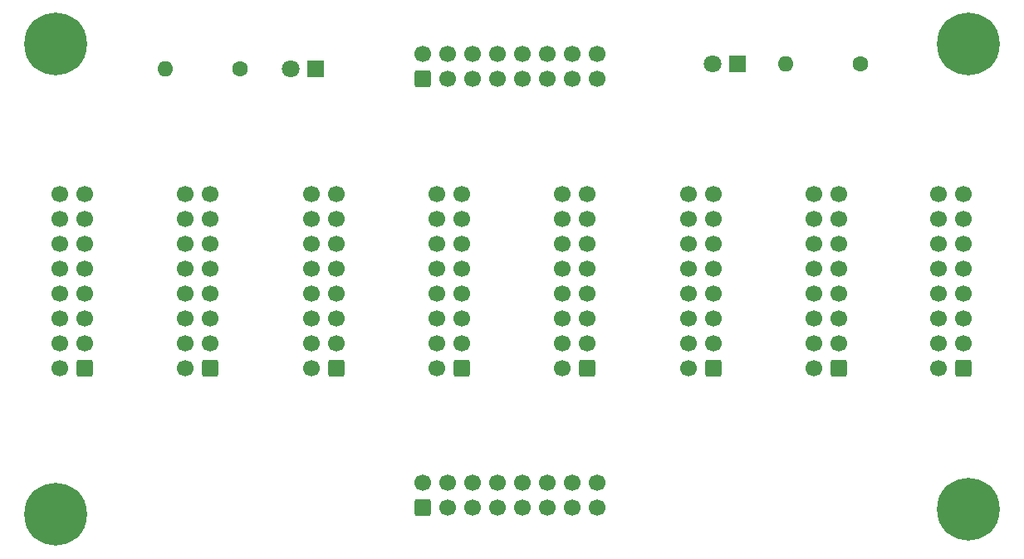
<source format=gbr>
%TF.GenerationSoftware,KiCad,Pcbnew,(6.0.0)*%
%TF.CreationDate,2022-05-27T19:13:27+02:00*%
%TF.ProjectId,Eurorack bus board,4575726f-7261-4636-9b20-62757320626f,rev?*%
%TF.SameCoordinates,Original*%
%TF.FileFunction,Soldermask,Bot*%
%TF.FilePolarity,Negative*%
%FSLAX46Y46*%
G04 Gerber Fmt 4.6, Leading zero omitted, Abs format (unit mm)*
G04 Created by KiCad (PCBNEW (6.0.0)) date 2022-05-27 19:13:27*
%MOMM*%
%LPD*%
G01*
G04 APERTURE LIST*
G04 Aperture macros list*
%AMRoundRect*
0 Rectangle with rounded corners*
0 $1 Rounding radius*
0 $2 $3 $4 $5 $6 $7 $8 $9 X,Y pos of 4 corners*
0 Add a 4 corners polygon primitive as box body*
4,1,4,$2,$3,$4,$5,$6,$7,$8,$9,$2,$3,0*
0 Add four circle primitives for the rounded corners*
1,1,$1+$1,$2,$3*
1,1,$1+$1,$4,$5*
1,1,$1+$1,$6,$7*
1,1,$1+$1,$8,$9*
0 Add four rect primitives between the rounded corners*
20,1,$1+$1,$2,$3,$4,$5,0*
20,1,$1+$1,$4,$5,$6,$7,0*
20,1,$1+$1,$6,$7,$8,$9,0*
20,1,$1+$1,$8,$9,$2,$3,0*%
G04 Aperture macros list end*
%ADD10RoundRect,0.250000X0.600000X0.600000X-0.600000X0.600000X-0.600000X-0.600000X0.600000X-0.600000X0*%
%ADD11C,1.700000*%
%ADD12C,6.400000*%
%ADD13R,1.800000X1.800000*%
%ADD14C,1.800000*%
%ADD15C,1.600000*%
%ADD16O,1.600000X1.600000*%
%ADD17RoundRect,0.250000X0.600000X-0.600000X0.600000X0.600000X-0.600000X0.600000X-0.600000X-0.600000X0*%
G04 APERTURE END LIST*
D10*
%TO.C,J7*%
X120500712Y-131594000D03*
D11*
X117960712Y-131594000D03*
X120500712Y-129054000D03*
X117960712Y-129054000D03*
X120500712Y-126514000D03*
X117960712Y-126514000D03*
X120500712Y-123974000D03*
X117960712Y-123974000D03*
X120500712Y-121434000D03*
X117960712Y-121434000D03*
X120500712Y-118894000D03*
X117960712Y-118894000D03*
X120500712Y-116354000D03*
X117960712Y-116354000D03*
X120500712Y-113814000D03*
X117960712Y-113814000D03*
%TD*%
D12*
%TO.C,H4*%
X53500000Y-146500000D03*
%TD*%
D10*
%TO.C,J8*%
X133308390Y-131594000D03*
D11*
X130768390Y-131594000D03*
X133308390Y-129054000D03*
X130768390Y-129054000D03*
X133308390Y-126514000D03*
X130768390Y-126514000D03*
X133308390Y-123974000D03*
X130768390Y-123974000D03*
X133308390Y-121434000D03*
X130768390Y-121434000D03*
X133308390Y-118894000D03*
X130768390Y-118894000D03*
X133308390Y-116354000D03*
X130768390Y-116354000D03*
X133308390Y-113814000D03*
X130768390Y-113814000D03*
%TD*%
D10*
%TO.C,J5*%
X94885356Y-131594000D03*
D11*
X92345356Y-131594000D03*
X94885356Y-129054000D03*
X92345356Y-129054000D03*
X94885356Y-126514000D03*
X92345356Y-126514000D03*
X94885356Y-123974000D03*
X92345356Y-123974000D03*
X94885356Y-121434000D03*
X92345356Y-121434000D03*
X94885356Y-118894000D03*
X92345356Y-118894000D03*
X94885356Y-116354000D03*
X92345356Y-116354000D03*
X94885356Y-113814000D03*
X92345356Y-113814000D03*
%TD*%
D13*
%TO.C,D1*%
X80000000Y-101000000D03*
D14*
X77460000Y-101000000D03*
%TD*%
D10*
%TO.C,J3*%
X69270000Y-131594000D03*
D11*
X66730000Y-131594000D03*
X69270000Y-129054000D03*
X66730000Y-129054000D03*
X69270000Y-126514000D03*
X66730000Y-126514000D03*
X69270000Y-123974000D03*
X66730000Y-123974000D03*
X69270000Y-121434000D03*
X66730000Y-121434000D03*
X69270000Y-118894000D03*
X66730000Y-118894000D03*
X69270000Y-116354000D03*
X66730000Y-116354000D03*
X69270000Y-113814000D03*
X66730000Y-113814000D03*
%TD*%
D10*
%TO.C,J4*%
X82077678Y-131594000D03*
D11*
X79537678Y-131594000D03*
X82077678Y-129054000D03*
X79537678Y-129054000D03*
X82077678Y-126514000D03*
X79537678Y-126514000D03*
X82077678Y-123974000D03*
X79537678Y-123974000D03*
X82077678Y-121434000D03*
X79537678Y-121434000D03*
X82077678Y-118894000D03*
X79537678Y-118894000D03*
X82077678Y-116354000D03*
X79537678Y-116354000D03*
X82077678Y-113814000D03*
X79537678Y-113814000D03*
%TD*%
D15*
%TO.C,R1*%
X72310000Y-101000000D03*
D16*
X64690000Y-101000000D03*
%TD*%
D10*
%TO.C,J6*%
X107693034Y-131594000D03*
D11*
X105153034Y-131594000D03*
X107693034Y-129054000D03*
X105153034Y-129054000D03*
X107693034Y-126514000D03*
X105153034Y-126514000D03*
X107693034Y-123974000D03*
X105153034Y-123974000D03*
X107693034Y-121434000D03*
X105153034Y-121434000D03*
X107693034Y-118894000D03*
X105153034Y-118894000D03*
X107693034Y-116354000D03*
X105153034Y-116354000D03*
X107693034Y-113814000D03*
X105153034Y-113814000D03*
%TD*%
D15*
%TO.C,R2*%
X135500000Y-100500000D03*
D16*
X127880000Y-100500000D03*
%TD*%
D12*
%TO.C,H3*%
X146500000Y-146000000D03*
%TD*%
D17*
%TO.C,J1*%
X90906000Y-102000000D03*
D11*
X90906000Y-99460000D03*
X93446000Y-102000000D03*
X93446000Y-99460000D03*
X95986000Y-102000000D03*
X95986000Y-99460000D03*
X98526000Y-102000000D03*
X98526000Y-99460000D03*
X101066000Y-102000000D03*
X101066000Y-99460000D03*
X103606000Y-102000000D03*
X103606000Y-99460000D03*
X106146000Y-102000000D03*
X106146000Y-99460000D03*
X108686000Y-102000000D03*
X108686000Y-99460000D03*
%TD*%
D10*
%TO.C,J2*%
X56462318Y-131594000D03*
D11*
X53922318Y-131594000D03*
X56462318Y-129054000D03*
X53922318Y-129054000D03*
X56462318Y-126514000D03*
X53922318Y-126514000D03*
X56462318Y-123974000D03*
X53922318Y-123974000D03*
X56462318Y-121434000D03*
X53922318Y-121434000D03*
X56462318Y-118894000D03*
X53922318Y-118894000D03*
X56462318Y-116354000D03*
X53922318Y-116354000D03*
X56462318Y-113814000D03*
X53922318Y-113814000D03*
%TD*%
D12*
%TO.C,H1*%
X53500000Y-98500000D03*
%TD*%
D10*
%TO.C,J9*%
X146000000Y-131594000D03*
D11*
X143460000Y-131594000D03*
X146000000Y-129054000D03*
X143460000Y-129054000D03*
X146000000Y-126514000D03*
X143460000Y-126514000D03*
X146000000Y-123974000D03*
X143460000Y-123974000D03*
X146000000Y-121434000D03*
X143460000Y-121434000D03*
X146000000Y-118894000D03*
X143460000Y-118894000D03*
X146000000Y-116354000D03*
X143460000Y-116354000D03*
X146000000Y-113814000D03*
X143460000Y-113814000D03*
%TD*%
D13*
%TO.C,D2*%
X123000000Y-100500000D03*
D14*
X120460000Y-100500000D03*
%TD*%
D12*
%TO.C,H2*%
X146500000Y-98500000D03*
%TD*%
D17*
%TO.C,J10*%
X90906000Y-145770000D03*
D11*
X90906000Y-143230000D03*
X93446000Y-145770000D03*
X93446000Y-143230000D03*
X95986000Y-145770000D03*
X95986000Y-143230000D03*
X98526000Y-145770000D03*
X98526000Y-143230000D03*
X101066000Y-145770000D03*
X101066000Y-143230000D03*
X103606000Y-145770000D03*
X103606000Y-143230000D03*
X106146000Y-145770000D03*
X106146000Y-143230000D03*
X108686000Y-145770000D03*
X108686000Y-143230000D03*
%TD*%
M02*

</source>
